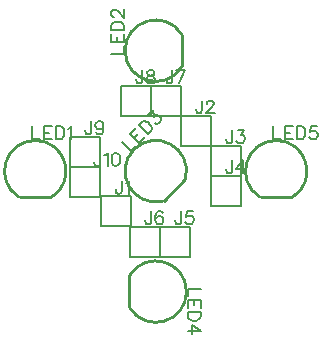
<source format=gto>
G04 Layer: TopSilkscreenLayer*
G04 EasyEDA v6.5.22, 2024-04-16 17:29:42*
G04 Gerber Generator version 0.2*
G04 Scale: 100 percent, Rotated: No, Reflected: No *
G04 Dimensions in millimeters *
G04 leading zeros omitted , absolute positions ,4 integer and 5 decimal *
%FSLAX45Y45*%
%MOMM*%

%ADD10C,0.1524*%
%ADD11C,0.2032*%
%ADD12C,0.2030*%
%ADD13C,0.2540*%

%LPD*%
D10*
X-287934Y-82443D02*
G01*
X-287934Y-165501D01*
X-293268Y-181249D01*
X-298348Y-186329D01*
X-308762Y-191409D01*
X-319176Y-191409D01*
X-329590Y-186329D01*
X-334924Y-181249D01*
X-340004Y-165501D01*
X-340004Y-155087D01*
X-253644Y-103271D02*
G01*
X-243484Y-97937D01*
X-227736Y-82443D01*
X-227736Y-191409D01*
X392069Y597555D02*
G01*
X392069Y514497D01*
X386735Y498749D01*
X381655Y493669D01*
X371241Y488589D01*
X360827Y488589D01*
X350413Y493669D01*
X345079Y498749D01*
X339999Y514497D01*
X339999Y524911D01*
X431439Y571647D02*
G01*
X431439Y576727D01*
X436519Y587141D01*
X441853Y592475D01*
X452267Y597555D01*
X473095Y597555D01*
X483509Y592475D01*
X488589Y587141D01*
X493669Y576727D01*
X493669Y566313D01*
X488589Y555899D01*
X478175Y540405D01*
X426359Y488589D01*
X499003Y488589D01*
X648970Y346455D02*
G01*
X648970Y263397D01*
X643636Y247650D01*
X638555Y242570D01*
X628142Y237489D01*
X617728Y237489D01*
X607313Y242570D01*
X601979Y247650D01*
X596900Y263397D01*
X596900Y273812D01*
X693420Y346455D02*
G01*
X750570Y346455D01*
X719581Y304800D01*
X735076Y304800D01*
X745489Y299720D01*
X750570Y294639D01*
X755904Y278892D01*
X755904Y268478D01*
X750570Y252984D01*
X740410Y242570D01*
X724662Y237489D01*
X709168Y237489D01*
X693420Y242570D01*
X688339Y247650D01*
X683260Y258063D01*
X648970Y92455D02*
G01*
X648970Y9397D01*
X643636Y-6350D01*
X638555Y-11429D01*
X628142Y-16510D01*
X617728Y-16510D01*
X607313Y-11429D01*
X601979Y-6350D01*
X596900Y9397D01*
X596900Y19812D01*
X735076Y92455D02*
G01*
X683260Y19812D01*
X760984Y19812D01*
X735076Y92455D02*
G01*
X735076Y-16510D01*
X217170Y-339344D02*
G01*
X217170Y-422402D01*
X211836Y-438150D01*
X206755Y-443229D01*
X196342Y-448310D01*
X185928Y-448310D01*
X175513Y-443229D01*
X170179Y-438150D01*
X165100Y-422402D01*
X165100Y-411987D01*
X313689Y-339344D02*
G01*
X261620Y-339344D01*
X256539Y-386079D01*
X261620Y-381000D01*
X277368Y-375665D01*
X292862Y-375665D01*
X308610Y-381000D01*
X318770Y-391160D01*
X324104Y-406907D01*
X324104Y-417321D01*
X318770Y-432815D01*
X308610Y-443229D01*
X292862Y-448310D01*
X277368Y-448310D01*
X261620Y-443229D01*
X256539Y-438150D01*
X251460Y-427736D01*
X-36829Y-339344D02*
G01*
X-36829Y-422402D01*
X-42163Y-438150D01*
X-47244Y-443229D01*
X-57657Y-448310D01*
X-68071Y-448310D01*
X-78486Y-443229D01*
X-83820Y-438150D01*
X-88900Y-422402D01*
X-88900Y-411987D01*
X59689Y-354837D02*
G01*
X54610Y-344423D01*
X38862Y-339344D01*
X28447Y-339344D01*
X12954Y-344423D01*
X2539Y-360171D01*
X-2539Y-386079D01*
X-2539Y-411987D01*
X2539Y-432815D01*
X12954Y-443229D01*
X28447Y-448310D01*
X33781Y-448310D01*
X49276Y-443229D01*
X59689Y-432815D01*
X64770Y-417321D01*
X64770Y-411987D01*
X59689Y-396494D01*
X49276Y-386079D01*
X33781Y-381000D01*
X28447Y-381000D01*
X12954Y-386079D01*
X2539Y-396494D01*
X-2539Y-411987D01*
X140970Y854458D02*
G01*
X140970Y771400D01*
X135636Y755652D01*
X130555Y750572D01*
X120142Y745492D01*
X109728Y745492D01*
X99313Y750572D01*
X93979Y755652D01*
X88900Y771400D01*
X88900Y781814D01*
X247904Y854458D02*
G01*
X195834Y745492D01*
X175260Y854458D02*
G01*
X247904Y854458D01*
X-113029Y854458D02*
G01*
X-113029Y771400D01*
X-118363Y755652D01*
X-123444Y750572D01*
X-133857Y745492D01*
X-144271Y745492D01*
X-154686Y750572D01*
X-160020Y755652D01*
X-165100Y771400D01*
X-165100Y781814D01*
X-52831Y854458D02*
G01*
X-68579Y849378D01*
X-73660Y838964D01*
X-73660Y828550D01*
X-68579Y818136D01*
X-58165Y812802D01*
X-37337Y807722D01*
X-21589Y802642D01*
X-11429Y792228D01*
X-6095Y781814D01*
X-6095Y766066D01*
X-11429Y755652D01*
X-16510Y750572D01*
X-32004Y745492D01*
X-52831Y745492D01*
X-68579Y750572D01*
X-73660Y755652D01*
X-78739Y766066D01*
X-78739Y781814D01*
X-73660Y792228D01*
X-63245Y802642D01*
X-47752Y807722D01*
X-26923Y812802D01*
X-16510Y818136D01*
X-11429Y828550D01*
X-11429Y838964D01*
X-16510Y849378D01*
X-32004Y854458D01*
X-52831Y854458D01*
X-544829Y422655D02*
G01*
X-544829Y339597D01*
X-550163Y323850D01*
X-555244Y318770D01*
X-565657Y313689D01*
X-576071Y313689D01*
X-586486Y318770D01*
X-591820Y323850D01*
X-596900Y339597D01*
X-596900Y350012D01*
X-443229Y386334D02*
G01*
X-448310Y370839D01*
X-458723Y360426D01*
X-474218Y355092D01*
X-479552Y355092D01*
X-495045Y360426D01*
X-505460Y370839D01*
X-510539Y386334D01*
X-510539Y391413D01*
X-505460Y407162D01*
X-495045Y417576D01*
X-479552Y422655D01*
X-474218Y422655D01*
X-458723Y417576D01*
X-448310Y407162D01*
X-443229Y386334D01*
X-443229Y360426D01*
X-448310Y334263D01*
X-458723Y318770D01*
X-474218Y313689D01*
X-484631Y313689D01*
X-500379Y318770D01*
X-505460Y329184D01*
X-468629Y153415D02*
G01*
X-468629Y70357D01*
X-473963Y54610D01*
X-479044Y49529D01*
X-489457Y44450D01*
X-499871Y44450D01*
X-510286Y49529D01*
X-515620Y54610D01*
X-520700Y70357D01*
X-520700Y80771D01*
X-434339Y132587D02*
G01*
X-424179Y137921D01*
X-408431Y153415D01*
X-408431Y44450D01*
X-342900Y153415D02*
G01*
X-358647Y148336D01*
X-369062Y132587D01*
X-374142Y106679D01*
X-374142Y91186D01*
X-369062Y65023D01*
X-358647Y49529D01*
X-342900Y44450D01*
X-332739Y44450D01*
X-316992Y49529D01*
X-306578Y65023D01*
X-301497Y91186D01*
X-301497Y106679D01*
X-306578Y132587D01*
X-316992Y148336D01*
X-332739Y153415D01*
X-342900Y153415D01*
X-1045397Y379018D02*
G01*
X-1045397Y270052D01*
X-1045397Y270052D02*
G01*
X-983167Y270052D01*
X-948877Y379018D02*
G01*
X-948877Y270052D01*
X-948877Y379018D02*
G01*
X-881313Y379018D01*
X-948877Y327202D02*
G01*
X-907221Y327202D01*
X-948877Y270052D02*
G01*
X-881313Y270052D01*
X-847023Y379018D02*
G01*
X-847023Y270052D01*
X-847023Y379018D02*
G01*
X-810447Y379018D01*
X-794953Y373938D01*
X-784539Y363524D01*
X-779459Y353110D01*
X-774125Y337362D01*
X-774125Y311454D01*
X-779459Y295960D01*
X-784539Y285546D01*
X-794953Y275132D01*
X-810447Y270052D01*
X-847023Y270052D01*
X-739835Y358190D02*
G01*
X-729421Y363524D01*
X-713927Y379018D01*
X-713927Y270052D01*
X-379018Y994597D02*
G01*
X-270052Y994597D01*
X-270052Y994597D02*
G01*
X-270052Y1056827D01*
X-379018Y1091117D02*
G01*
X-270052Y1091117D01*
X-379018Y1091117D02*
G01*
X-379018Y1158681D01*
X-327202Y1091117D02*
G01*
X-327202Y1132773D01*
X-270052Y1091117D02*
G01*
X-270052Y1158681D01*
X-379018Y1192971D02*
G01*
X-270052Y1192971D01*
X-379018Y1192971D02*
G01*
X-379018Y1229547D01*
X-373938Y1245041D01*
X-363524Y1255455D01*
X-353110Y1260535D01*
X-337362Y1265869D01*
X-311454Y1265869D01*
X-295960Y1260535D01*
X-285546Y1255455D01*
X-275132Y1245041D01*
X-270052Y1229547D01*
X-270052Y1192971D01*
X-353110Y1305239D02*
G01*
X-358190Y1305239D01*
X-368604Y1310573D01*
X-373938Y1315653D01*
X-379018Y1326067D01*
X-379018Y1346895D01*
X-373938Y1357309D01*
X-368604Y1362389D01*
X-358190Y1367723D01*
X-347776Y1367723D01*
X-337362Y1362389D01*
X-321868Y1351975D01*
X-270052Y1300159D01*
X-270052Y1372803D01*
X-285968Y250045D02*
G01*
X-208917Y172996D01*
X-208917Y172996D02*
G01*
X-164914Y216999D01*
X-217716Y318295D02*
G01*
X-140667Y241246D01*
X-217716Y318295D02*
G01*
X-169941Y366072D01*
X-181079Y281655D02*
G01*
X-151622Y311111D01*
X-140667Y241246D02*
G01*
X-92892Y289021D01*
X-145696Y390316D02*
G01*
X-68646Y313268D01*
X-145696Y390316D02*
G01*
X-119832Y416181D01*
X-105285Y423545D01*
X-90556Y423545D01*
X-79601Y419773D01*
X-64693Y412409D01*
X-46372Y394088D01*
X-39189Y379361D01*
X-35417Y368406D01*
X-35417Y353677D01*
X-42781Y339130D01*
X-68646Y313268D01*
X-62537Y473473D02*
G01*
X-22128Y513885D01*
X-14762Y462338D01*
X-3807Y473295D01*
X7147Y477067D01*
X14511Y477245D01*
X29240Y469704D01*
X36603Y462338D01*
X43967Y447791D01*
X43967Y433064D01*
X36423Y418335D01*
X25468Y407380D01*
X10919Y400016D01*
X3555Y399836D01*
X-7399Y403608D01*
X379018Y-994597D02*
G01*
X270052Y-994597D01*
X270052Y-994597D02*
G01*
X270052Y-1056827D01*
X379018Y-1091117D02*
G01*
X270052Y-1091117D01*
X379018Y-1091117D02*
G01*
X379018Y-1158681D01*
X327202Y-1091117D02*
G01*
X327202Y-1132773D01*
X270052Y-1091117D02*
G01*
X270052Y-1158681D01*
X379018Y-1192971D02*
G01*
X270052Y-1192971D01*
X379018Y-1192971D02*
G01*
X379018Y-1229547D01*
X373938Y-1245041D01*
X363524Y-1255455D01*
X353110Y-1260535D01*
X337362Y-1265869D01*
X311454Y-1265869D01*
X295960Y-1260535D01*
X285546Y-1255455D01*
X275132Y-1245041D01*
X270052Y-1229547D01*
X270052Y-1192971D01*
X379018Y-1351975D02*
G01*
X306374Y-1300159D01*
X306374Y-1378137D01*
X379018Y-1351975D02*
G01*
X270052Y-1351975D01*
X994597Y379018D02*
G01*
X994597Y270052D01*
X994597Y270052D02*
G01*
X1056827Y270052D01*
X1091117Y379018D02*
G01*
X1091117Y270052D01*
X1091117Y379018D02*
G01*
X1158681Y379018D01*
X1091117Y327202D02*
G01*
X1132773Y327202D01*
X1091117Y270052D02*
G01*
X1158681Y270052D01*
X1192971Y379018D02*
G01*
X1192971Y270052D01*
X1192971Y379018D02*
G01*
X1229547Y379018D01*
X1245041Y373938D01*
X1255455Y363524D01*
X1260535Y353110D01*
X1265869Y337362D01*
X1265869Y311454D01*
X1260535Y295960D01*
X1255455Y285546D01*
X1245041Y275132D01*
X1229547Y270052D01*
X1192971Y270052D01*
X1362389Y379018D02*
G01*
X1310573Y379018D01*
X1305239Y332282D01*
X1310573Y337362D01*
X1326067Y342696D01*
X1341561Y342696D01*
X1357309Y337362D01*
X1367723Y327202D01*
X1372803Y311454D01*
X1372803Y301040D01*
X1367723Y285546D01*
X1357309Y275132D01*
X1341561Y270052D01*
X1326067Y270052D01*
X1310573Y275132D01*
X1305239Y280212D01*
X1300159Y290626D01*
D11*
X-213004Y-466999D02*
G01*
X-467004Y-466999D01*
X-467004Y-212999D01*
X-213004Y-212999D01*
X-213004Y-403499D01*
D12*
X-213004Y-466999D02*
G01*
X-213004Y-403499D01*
D11*
X466999Y212999D02*
G01*
X212999Y212999D01*
X212999Y466999D01*
X466999Y466999D01*
X466999Y276499D01*
D12*
X466999Y212999D02*
G01*
X466999Y276499D01*
D11*
X723900Y-38100D02*
G01*
X469900Y-38100D01*
X469900Y215900D01*
X723900Y215900D01*
X723900Y25400D01*
D12*
X723900Y-38100D02*
G01*
X723900Y25400D01*
D11*
X723900Y-292100D02*
G01*
X469900Y-292100D01*
X469900Y-38100D01*
X723900Y-38100D01*
X723900Y-228600D01*
D12*
X723900Y-292100D02*
G01*
X723900Y-228600D01*
D11*
X292100Y-723900D02*
G01*
X38100Y-723900D01*
X38100Y-469900D01*
X292100Y-469900D01*
X292100Y-660400D01*
D12*
X292100Y-723900D02*
G01*
X292100Y-660400D01*
D11*
X38100Y-723900D02*
G01*
X-215900Y-723900D01*
X-215900Y-469900D01*
X38100Y-469900D01*
X38100Y-660400D01*
D12*
X38100Y-723900D02*
G01*
X38100Y-660400D01*
D11*
X215900Y469902D02*
G01*
X-38100Y469902D01*
X-38100Y723902D01*
X215900Y723902D01*
X215900Y533402D01*
D12*
X215900Y469902D02*
G01*
X215900Y533402D01*
D11*
X-38100Y469902D02*
G01*
X-292100Y469902D01*
X-292100Y723902D01*
X-38100Y723902D01*
X-38100Y533402D01*
D12*
X-38100Y469902D02*
G01*
X-38100Y533402D01*
D11*
X-469900Y38100D02*
G01*
X-723900Y38100D01*
X-723900Y292100D01*
X-469900Y292100D01*
X-469900Y101600D01*
D12*
X-469900Y38100D02*
G01*
X-469900Y101600D01*
D11*
X-469900Y-215900D02*
G01*
X-723900Y-215900D01*
X-723900Y38100D01*
X-469900Y38100D01*
X-469900Y-152400D01*
D12*
X-469900Y-215900D02*
G01*
X-469900Y-152400D01*
D13*
X-1149997Y-222996D02*
G01*
X-889998Y-222996D01*
X222996Y889998D02*
G01*
X222996Y1149997D01*
X65758Y-249605D02*
G01*
X249605Y-65758D01*
X-222996Y-889998D02*
G01*
X-222996Y-1149997D01*
X889998Y-222996D02*
G01*
X1149997Y-222996D01*
G75*
G01*
X-881822Y-220167D02*
G03*
X-1158174Y-220167I-138176J220244D01*
G75*
G01*
X220167Y1158174D02*
G03*
X220167Y881822I-220244J-138176D01*
G75*
G01*
X253388Y-57975D02*
G03*
X57975Y-253388I-253442J58029D01*
G75*
G01*
X-220167Y-1158174D02*
G03*
X-220167Y-881822I220244J138176D01*
G75*
G01*
X1158174Y-220167D02*
G03*
X881822Y-220167I-138176J220244D01*
M02*

</source>
